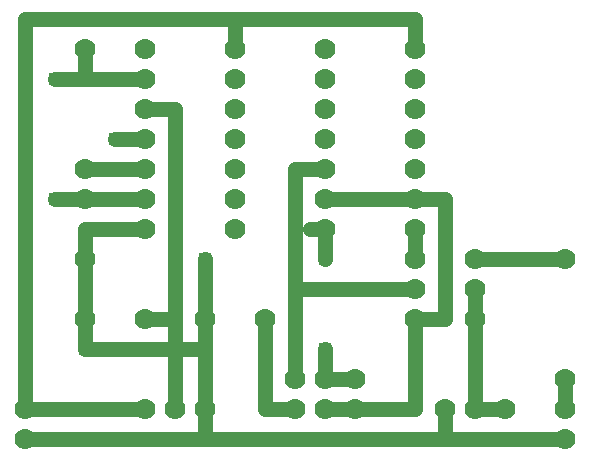
<source format=gbl>
G75*
%MOIN*%
%OFA0B0*%
%FSLAX25Y25*%
%IPPOS*%
%LPD*%
%AMOC8*
5,1,8,0,0,1.08239X$1,22.5*
%
%ADD10C,0.07000*%
%ADD11C,0.05000*%
%ADD12R,0.03962X0.03962*%
D10*
X0033919Y0030337D03*
X0033919Y0040337D03*
X0053919Y0070337D03*
X0073919Y0070337D03*
X0093919Y0070337D03*
X0113919Y0070337D03*
X0123919Y0050337D03*
X0133919Y0050022D03*
X0143919Y0050337D03*
X0143919Y0040337D03*
X0133919Y0040337D03*
X0123919Y0040337D03*
X0093919Y0040337D03*
X0083919Y0040337D03*
X0073919Y0040337D03*
X0053919Y0090337D03*
X0073919Y0100337D03*
X0073919Y0110337D03*
X0073919Y0120337D03*
X0073919Y0130337D03*
X0073919Y0140337D03*
X0073919Y0150337D03*
X0073919Y0160337D03*
X0053919Y0160337D03*
X0103919Y0160337D03*
X0103919Y0150337D03*
X0103919Y0140337D03*
X0103919Y0130337D03*
X0103919Y0120337D03*
X0103919Y0110337D03*
X0103919Y0100337D03*
X0133919Y0100337D03*
X0133919Y0110337D03*
X0133919Y0120337D03*
X0133919Y0130337D03*
X0133919Y0140337D03*
X0133919Y0150337D03*
X0133919Y0160337D03*
X0163919Y0160337D03*
X0163919Y0150337D03*
X0163919Y0140337D03*
X0163919Y0130337D03*
X0163919Y0120337D03*
X0163919Y0110337D03*
X0163919Y0100337D03*
X0163919Y0090337D03*
X0163919Y0080337D03*
X0163919Y0070337D03*
X0183919Y0070337D03*
X0183919Y0080337D03*
X0183919Y0090337D03*
X0213919Y0090337D03*
X0213919Y0050337D03*
X0213919Y0040337D03*
X0213919Y0030337D03*
X0193919Y0040337D03*
X0183919Y0040337D03*
X0173919Y0040337D03*
X0053919Y0110337D03*
X0053919Y0120337D03*
D11*
X0073919Y0120337D01*
X0073919Y0110337D02*
X0053919Y0110337D01*
X0043919Y0110337D01*
X0053919Y0100337D02*
X0053919Y0090337D01*
X0053919Y0070337D01*
X0053919Y0060337D02*
X0093919Y0060337D01*
X0093919Y0030337D01*
X0173919Y0030337D01*
X0213919Y0030337D01*
X0213919Y0040337D02*
X0213919Y0050337D01*
X0193919Y0040337D02*
X0183919Y0040337D01*
X0183919Y0070337D01*
X0183919Y0080337D01*
X0173919Y0070337D02*
X0173919Y0110337D01*
X0163919Y0110337D01*
X0133919Y0110337D01*
X0133919Y0100337D02*
X0128919Y0100337D01*
X0133919Y0100337D02*
X0133919Y0090337D01*
X0123919Y0080337D02*
X0123919Y0120337D01*
X0133919Y0120337D01*
X0163919Y0100337D02*
X0163919Y0090337D01*
X0163919Y0080337D02*
X0123919Y0080337D01*
X0123919Y0050337D01*
X0133919Y0050337D02*
X0133919Y0060337D01*
X0133919Y0050337D02*
X0133919Y0050337D01*
X0143919Y0050337D01*
X0143919Y0040337D02*
X0133919Y0040337D01*
X0123919Y0040337D02*
X0113919Y0040337D01*
X0113919Y0060337D01*
X0113919Y0070337D01*
X0093919Y0070337D02*
X0093919Y0060337D01*
X0093919Y0040337D01*
X0083919Y0040337D02*
X0083919Y0070337D01*
X0073919Y0070337D01*
X0083919Y0070337D02*
X0083919Y0140337D01*
X0073919Y0140337D01*
X0073919Y0130337D02*
X0063919Y0130337D01*
X0053919Y0150337D02*
X0043919Y0150337D01*
X0073919Y0150337D01*
X0053919Y0150337D02*
X0053919Y0160337D01*
X0063919Y0170337D02*
X0103919Y0170337D01*
X0163919Y0170337D01*
X0163919Y0160337D01*
X0103919Y0160337D02*
X0103919Y0170337D01*
X0063919Y0170337D02*
X0033919Y0170337D01*
X0033919Y0040337D01*
X0073919Y0040337D01*
X0093919Y0030337D02*
X0033919Y0030337D01*
X0053919Y0060337D02*
X0053919Y0090337D01*
X0053919Y0100337D02*
X0073919Y0100337D01*
X0093919Y0090337D02*
X0093919Y0070337D01*
X0143919Y0040337D02*
X0163919Y0040337D01*
X0163919Y0070337D01*
X0173919Y0070337D01*
X0183919Y0090337D02*
X0213919Y0090337D01*
X0173919Y0040337D02*
X0173919Y0030337D01*
D12*
X0133919Y0060337D03*
X0113919Y0060337D03*
X0093919Y0060337D03*
X0053919Y0060337D03*
X0093919Y0090337D03*
X0133919Y0090337D03*
X0063919Y0130337D03*
X0043919Y0150337D03*
X0063919Y0170337D03*
X0043919Y0110337D03*
M02*

</source>
